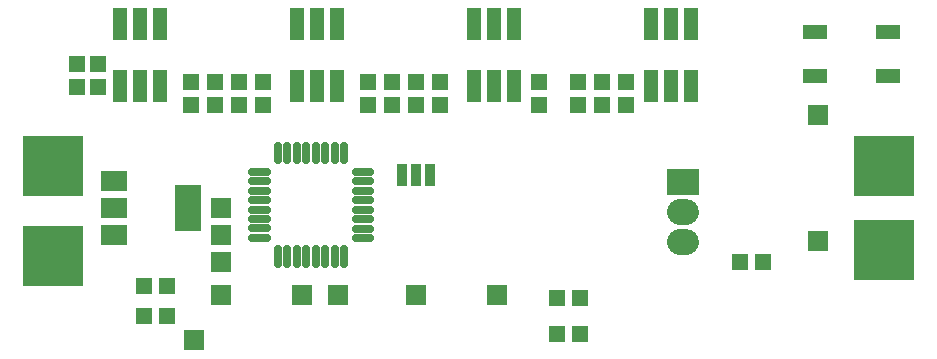
<source format=gts>
G04 ---------------------------- Layer name :TOP SOLDER LAYER*
G04 EasyEDA v5.4.12, Wed, 23 May 2018 11:05:33 GMT*
G04 2d2955f7f8a9499e967eeb654262379c*
G04 Gerber Generator version 0.2*
G04 Scale: 100 percent, Rotated: No, Reflected: No *
G04 Dimensions in millimeters *
G04 leading zeros omitted , absolute positions ,3 integer and 3 decimal *
%FSLAX33Y33*%
%MOMM*%
G90*
G71D02*

%ADD13C,0.653199*%
%ADD15R,2.203196X4.003192*%
%ADD16R,2.203196X1.703197*%
%ADD17R,0.904240X1.902460*%
%ADD18R,2.003196X1.303198*%
%ADD19R,1.303198X2.703195*%
%ADD20R,1.409700X1.409700*%
%ADD21R,1.409700X1.410198*%
%ADD22R,2.703200X2.203201*%
%ADD23R,1.778000X1.778000*%
%ADD24R,1.778000X1.778254*%
%ADD25R,5.203190X5.203190*%
%ADD26R,1.778254X1.778254*%
%ADD27C,2.203201*%

%LPD*%
G54D27*
G01X57145Y11557D02*
G01X56646Y11557D01*
G01X57145Y14097D02*
G01X56646Y14097D01*
G54D13*
G01X28194Y9763D02*
G01X28194Y10962D01*
G01X27393Y9763D02*
G01X27393Y10962D01*
G01X26593Y9763D02*
G01X26593Y10962D01*
G01X25793Y9763D02*
G01X25793Y10962D01*
G01X24996Y9763D02*
G01X24996Y10962D01*
G01X24196Y9763D02*
G01X24196Y10962D01*
G01X23395Y9763D02*
G01X23395Y10962D01*
G01X22595Y9763D02*
G01X22595Y10962D01*
G01X21630Y11938D02*
G01X20431Y11938D01*
G01X21630Y12738D02*
G01X20431Y12738D01*
G01X21630Y13538D02*
G01X20431Y13538D01*
G01X21630Y14338D02*
G01X20431Y14338D01*
G01X21630Y15135D02*
G01X20431Y15135D01*
G01X21630Y15935D02*
G01X20431Y15935D01*
G01X21630Y16736D02*
G01X20431Y16736D01*
G01X21630Y17536D02*
G01X20431Y17536D01*
G01X22606Y18526D02*
G01X22606Y19725D01*
G01X23406Y18526D02*
G01X23406Y19725D01*
G01X24206Y18526D02*
G01X24206Y19725D01*
G01X25006Y18526D02*
G01X25006Y19725D01*
G01X25803Y18526D02*
G01X25803Y19725D01*
G01X26603Y18526D02*
G01X26603Y19725D01*
G01X27404Y18526D02*
G01X27404Y19725D01*
G01X28204Y18526D02*
G01X28204Y19725D01*
G01X30368Y17526D02*
G01X29169Y17526D01*
G01X30368Y16725D02*
G01X29169Y16725D01*
G01X30368Y15925D02*
G01X29169Y15925D01*
G01X30368Y15125D02*
G01X29169Y15125D01*
G01X30368Y14328D02*
G01X29169Y14328D01*
G01X30368Y13528D02*
G01X29169Y13528D01*
G01X30368Y12727D02*
G01X29169Y12727D01*
G01X30368Y11927D02*
G01X29169Y11927D01*
G54D15*
G01X14986Y14478D03*
G54D16*
G01X8686Y14478D03*
G01X8686Y12176D03*
G01X8686Y16776D03*
G54D17*
G01X33096Y17270D03*
G01X34290Y17270D03*
G01X35483Y17270D03*
G54D18*
G01X68070Y29371D03*
G01X68070Y25670D03*
G01X74270Y29371D03*
G01X74270Y25670D03*
G54D19*
G01X57581Y30030D03*
G01X55880Y30030D03*
G01X54180Y30030D03*
G01X57581Y24831D03*
G01X55880Y24831D03*
G01X54180Y24831D03*
G01X42593Y30030D03*
G01X40894Y30030D03*
G01X39194Y30030D03*
G01X42593Y24831D03*
G01X40894Y24831D03*
G01X39194Y24831D03*
G01X27609Y30030D03*
G01X25908Y30030D03*
G01X24208Y30030D03*
G01X27609Y24831D03*
G01X25908Y24831D03*
G01X24208Y24831D03*
G01X12621Y30030D03*
G01X10922Y30030D03*
G01X9222Y30030D03*
G01X12621Y24831D03*
G01X10922Y24831D03*
G01X9222Y24831D03*
G54D20*
G01X61723Y9904D03*
G01X63704Y9904D03*
G01X13210Y7871D03*
G01X11229Y7871D03*
G01X13210Y5331D03*
G01X11229Y5331D03*
G54D22*
G01X56896Y16637D03*
G54D23*
G01X24638Y7112D03*
G01X27686Y7112D03*
G01X34290Y7112D03*
G54D24*
G01X41148Y7112D03*
G54D23*
G01X17780Y7112D03*
G54D25*
G01X3556Y10414D03*
G01X3556Y18034D03*
G01X73914Y18034D03*
G01X73914Y10922D03*
G54D21*
G01X15242Y25146D03*
G54D20*
G01X15242Y23164D03*
G54D21*
G01X17274Y25146D03*
G54D20*
G01X17274Y23164D03*
G54D21*
G01X19306Y25146D03*
G54D20*
G01X19306Y23164D03*
G54D21*
G01X21338Y25146D03*
G54D20*
G01X21338Y23164D03*
G01X46228Y3810D03*
G01X48209Y3810D03*
G01X46230Y6855D03*
G01X48211Y6855D03*
G54D21*
G01X30228Y25146D03*
G54D20*
G01X30228Y23164D03*
G54D21*
G01X32260Y25146D03*
G54D20*
G01X32260Y23164D03*
G54D21*
G01X34292Y25146D03*
G54D20*
G01X34292Y23164D03*
G54D21*
G01X36324Y25146D03*
G54D20*
G01X36324Y23164D03*
G54D21*
G01X44706Y25146D03*
G54D20*
G01X44706Y23164D03*
G54D21*
G01X48008Y25146D03*
G54D20*
G01X48008Y23164D03*
G54D21*
G01X50040Y25146D03*
G54D20*
G01X50040Y23164D03*
G54D21*
G01X52072Y25146D03*
G54D20*
G01X52072Y23164D03*
G54D21*
G01X5590Y26670D03*
G54D20*
G01X5590Y24688D03*
G54D21*
G01X7368Y26667D03*
G54D20*
G01X7368Y24686D03*
G54D26*
G01X68326Y22352D03*
G01X17780Y14478D03*
G01X17780Y12192D03*
G01X68326Y11684D03*
G01X17780Y9906D03*
G01X15494Y3302D03*
M00*
M02*

</source>
